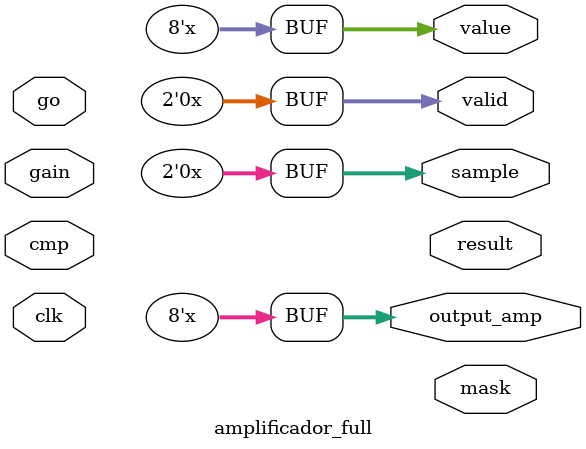
<source format=v>


`timescale 1ns/10ps

module amplificador_full (
    clk,
    go,
    valid,
    cmp,
    value,
    sample,
    result,
    mask,
    gain,
    output_amp
);


input [1:0] clk;
input [1:0] go;
output [1:0] valid;
reg [1:0] valid;
input [1:0] cmp;
output [7:0] value;
reg [7:0] value;
output [1:0] sample;
reg [1:0] sample;
output [7:0] result;
reg [7:0] result;
output [7:0] mask;
reg [7:0] mask;
input [3:0] gain;
output [7:0] output_amp;
reg [7:0] output_amp;
reg [1:0] state_next;



always @(*) begin: AMPLIFICADOR_FULL_LOGIC
    if ((!go)) begin
        state_next <= 2'b00;
    end
    case (state_next)
        2'b00: begin
            state_next <= 2'b01;
        end
        2'b01: begin
            state_next <= 2'b10;
            mask <= 8'h80;
            result <= 8'h0;
        end
        2'b10: begin
            if (cmp) begin
                result <= (result | mask);
            end
            mask <= (mask >>> 1);
            if ((mask == 0)) begin
                state_next <= 2'b11;
            end
        end
        default: begin
            if ((state_next == 2'b11)) begin
                if ((result == value)) begin
                    valid <= 1;
                    output_amp <= value * gain;
                end
            end
        end
    endcase
    valid <= (state_next == 2'b11);
    value <= (result | mask);
    sample <= (state_next == 2'b01);
end

endmodule

</source>
